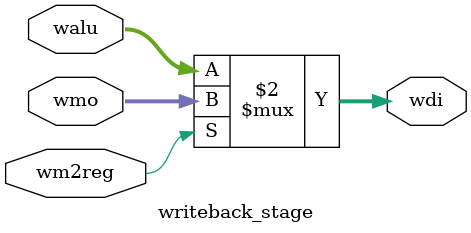
<source format=v>
`timescale 1ns / 1ps


module writeback_stage(
input           wm2reg,
input   [31:0]  wmo,walu,
output  [31:0]  wdi

    );
    assign wdi=(wm2reg==1'b1)?wmo:walu;
    
    
endmodule

</source>
